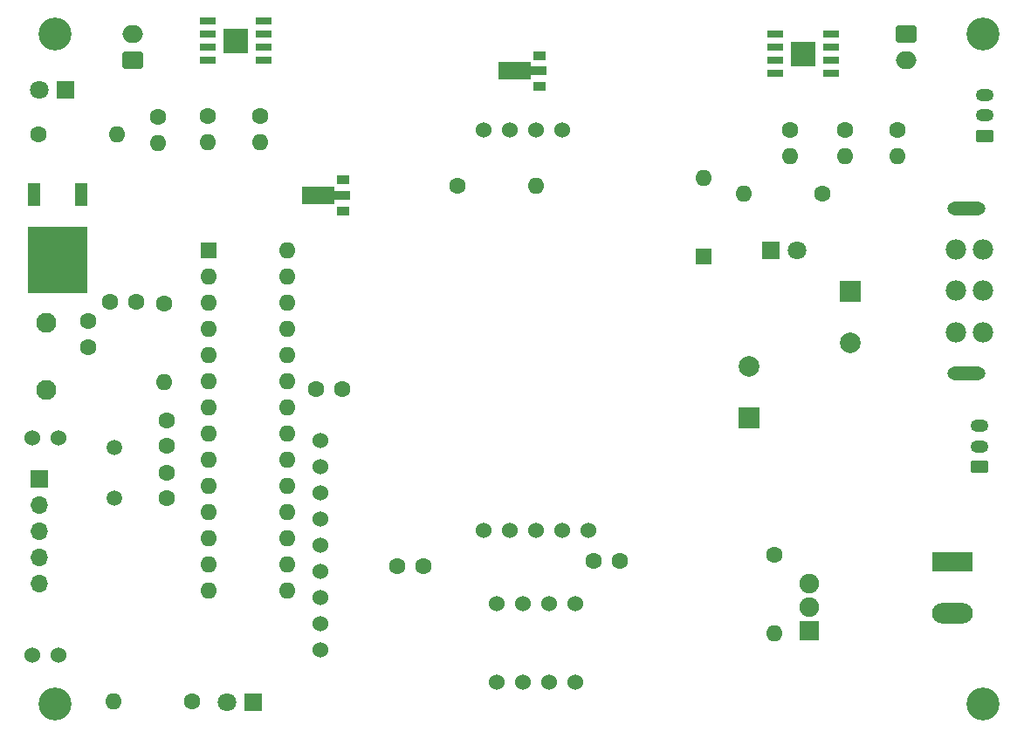
<source format=gts>
G04 #@! TF.GenerationSoftware,KiCad,Pcbnew,(6.0.4)*
G04 #@! TF.CreationDate,2022-04-24T17:27:05+09:00*
G04 #@! TF.ProjectId,DERC_CanSat_2022,44455243-5f43-4616-9e53-61745f323032,rev?*
G04 #@! TF.SameCoordinates,Original*
G04 #@! TF.FileFunction,Soldermask,Top*
G04 #@! TF.FilePolarity,Negative*
%FSLAX46Y46*%
G04 Gerber Fmt 4.6, Leading zero omitted, Abs format (unit mm)*
G04 Created by KiCad (PCBNEW (6.0.4)) date 2022-04-24 17:27:05*
%MOMM*%
%LPD*%
G01*
G04 APERTURE LIST*
G04 Aperture macros list*
%AMRoundRect*
0 Rectangle with rounded corners*
0 $1 Rounding radius*
0 $2 $3 $4 $5 $6 $7 $8 $9 X,Y pos of 4 corners*
0 Add a 4 corners polygon primitive as box body*
4,1,4,$2,$3,$4,$5,$6,$7,$8,$9,$2,$3,0*
0 Add four circle primitives for the rounded corners*
1,1,$1+$1,$2,$3*
1,1,$1+$1,$4,$5*
1,1,$1+$1,$6,$7*
1,1,$1+$1,$8,$9*
0 Add four rect primitives between the rounded corners*
20,1,$1+$1,$2,$3,$4,$5,0*
20,1,$1+$1,$4,$5,$6,$7,0*
20,1,$1+$1,$6,$7,$8,$9,0*
20,1,$1+$1,$8,$9,$2,$3,0*%
%AMFreePoly0*
4,1,9,3.862500,-0.866500,0.737500,-0.866500,0.737500,-0.450000,-0.737500,-0.450000,-0.737500,0.450000,0.737500,0.450000,0.737500,0.866500,3.862500,0.866500,3.862500,-0.866500,3.862500,-0.866500,$1*%
G04 Aperture macros list end*
%ADD10C,1.600000*%
%ADD11O,1.600000X1.600000*%
%ADD12C,3.200000*%
%ADD13R,1.200000X2.200000*%
%ADD14R,5.800000X6.400000*%
%ADD15R,1.300000X0.900000*%
%ADD16FreePoly0,180.000000*%
%ADD17RoundRect,0.250000X0.750000X-0.600000X0.750000X0.600000X-0.750000X0.600000X-0.750000X-0.600000X0*%
%ADD18O,2.000000X1.700000*%
%ADD19C,1.524000*%
%ADD20R,2.000000X2.000000*%
%ADD21C,2.000000*%
%ADD22C,1.980000*%
%ADD23O,3.700000X1.300000*%
%ADD24R,1.905000X1.905000*%
%ADD25C,1.905000*%
%ADD26R,3.960000X1.980000*%
%ADD27O,3.960000X1.980000*%
%ADD28R,1.600000X1.600000*%
%ADD29R,1.800000X1.800000*%
%ADD30C,1.800000*%
%ADD31C,1.500000*%
%ADD32RoundRect,0.250000X-0.750000X0.600000X-0.750000X-0.600000X0.750000X-0.600000X0.750000X0.600000X0*%
%ADD33C,1.950000*%
%ADD34R,1.525000X0.650000*%
%ADD35R,2.390000X2.390000*%
%ADD36R,1.700000X1.700000*%
%ADD37O,1.700000X1.700000*%
%ADD38RoundRect,0.250000X0.625000X-0.350000X0.625000X0.350000X-0.625000X0.350000X-0.625000X-0.350000X0*%
%ADD39O,1.750000X1.200000*%
G04 APERTURE END LIST*
D10*
G04 #@! TO.C,C4*
X65786000Y-85050000D03*
X65786000Y-82550000D03*
G04 #@! TD*
G04 #@! TO.C,R3*
X126238000Y-49276000D03*
D11*
X126238000Y-51816000D03*
G04 #@! TD*
D12*
G04 #@! TO.C,REF\u002A\u002A*
X145000000Y-105000000D03*
G04 #@! TD*
D13*
G04 #@! TO.C,IC1*
X57524000Y-55573000D03*
D14*
X55244000Y-61873000D03*
D13*
X52964000Y-55573000D03*
G04 #@! TD*
D15*
G04 #@! TO.C,IC2*
X82930000Y-57126000D03*
D16*
X82842500Y-55626000D03*
D15*
X82930000Y-54126000D03*
G04 #@! TD*
D10*
G04 #@! TO.C,R5*
X124714000Y-90551000D03*
D11*
X124714000Y-98171000D03*
G04 #@! TD*
D17*
G04 #@! TO.C,M2*
X62500000Y-42500000D03*
D18*
X62500000Y-40000000D03*
G04 #@! TD*
D12*
G04 #@! TO.C,*
X145000000Y-40000000D03*
G04 #@! TD*
D19*
G04 #@! TO.C,U3*
X106680000Y-88138000D03*
X104140000Y-88138000D03*
X101600000Y-88138000D03*
X99060000Y-88138000D03*
X96520000Y-88138000D03*
G04 #@! TD*
D20*
G04 #@! TO.C,C9*
X122275600Y-77221477D03*
D21*
X122275600Y-72221477D03*
G04 #@! TD*
D10*
G04 #@! TO.C,C3*
X65786000Y-79970000D03*
X65786000Y-77470000D03*
G04 #@! TD*
D22*
G04 #@! TO.C,S1*
X142354000Y-68897000D03*
X142354000Y-64897000D03*
X142354000Y-60897000D03*
X144954000Y-68897000D03*
X144954000Y-64897000D03*
X144954000Y-60897000D03*
D23*
X143354000Y-56897000D03*
X143354000Y-72897000D03*
G04 #@! TD*
D24*
G04 #@! TO.C,Q1*
X128078000Y-97921000D03*
D25*
X128078000Y-95631000D03*
X128078000Y-93341000D03*
G04 #@! TD*
D12*
G04 #@! TO.C,REF\u002A\u002A*
X55000000Y-105000000D03*
G04 #@! TD*
D26*
G04 #@! TO.C,J3*
X142000000Y-91235000D03*
D27*
X142000000Y-96235000D03*
G04 #@! TD*
D10*
G04 #@! TO.C,R2*
X93980000Y-54737000D03*
D11*
X101600000Y-54737000D03*
G04 #@! TD*
D10*
G04 #@! TO.C,R6*
X68249800Y-104775000D03*
D11*
X60629800Y-104775000D03*
G04 #@! TD*
D28*
G04 #@! TO.C,D1*
X117856000Y-61569600D03*
D11*
X117856000Y-53949600D03*
G04 #@! TD*
D10*
G04 #@! TO.C,C2*
X60294200Y-65963800D03*
X62794200Y-65963800D03*
G04 #@! TD*
D29*
G04 #@! TO.C,D3*
X124353400Y-60985400D03*
D30*
X126893400Y-60985400D03*
G04 #@! TD*
D28*
G04 #@! TO.C,U1*
X69860000Y-60970000D03*
D11*
X69860000Y-63510000D03*
X69860000Y-66050000D03*
X69860000Y-68590000D03*
X69860000Y-71130000D03*
X69860000Y-73670000D03*
X69860000Y-76210000D03*
X69860000Y-78750000D03*
X69860000Y-81290000D03*
X69860000Y-83830000D03*
X69860000Y-86370000D03*
X69860000Y-88910000D03*
X69860000Y-91450000D03*
X69860000Y-93990000D03*
X77480000Y-93990000D03*
X77480000Y-91450000D03*
X77480000Y-88910000D03*
X77480000Y-86370000D03*
X77480000Y-83830000D03*
X77480000Y-81290000D03*
X77480000Y-78750000D03*
X77480000Y-76210000D03*
X77480000Y-73670000D03*
X77480000Y-71130000D03*
X77480000Y-68590000D03*
X77480000Y-66050000D03*
X77480000Y-63510000D03*
X77480000Y-60970000D03*
G04 #@! TD*
D31*
G04 #@! TO.C,Y1*
X60706000Y-85000000D03*
X60706000Y-80120000D03*
G04 #@! TD*
D19*
G04 #@! TO.C,U2*
X96520000Y-49315000D03*
X99060000Y-49315000D03*
X101600000Y-49315000D03*
X104140000Y-49315000D03*
G04 #@! TD*
D32*
G04 #@! TO.C,M1*
X137500000Y-40000000D03*
D18*
X137500000Y-42500000D03*
G04 #@! TD*
D12*
G04 #@! TO.C,*
X54992578Y-39985156D03*
G04 #@! TD*
D10*
G04 #@! TO.C,R8*
X69737500Y-47977000D03*
D11*
X69737500Y-50517000D03*
G04 #@! TD*
D19*
G04 #@! TO.C,U5*
X105410000Y-95250000D03*
X102870000Y-95250000D03*
X100330000Y-95250000D03*
X97790000Y-95250000D03*
X105410000Y-102870000D03*
X102870000Y-102870000D03*
X100330000Y-102870000D03*
X97790000Y-102870000D03*
G04 #@! TD*
D10*
G04 #@! TO.C,C6*
X90652600Y-91668600D03*
X88152600Y-91668600D03*
G04 #@! TD*
D33*
G04 #@! TO.C,SW2*
X54102000Y-68030500D03*
X54102000Y-74530500D03*
G04 #@! TD*
D34*
G04 #@! TO.C,IC5*
X75212000Y-42545000D03*
X75212000Y-41275000D03*
X75212000Y-40005000D03*
X75212000Y-38735000D03*
X69788000Y-38735000D03*
X69788000Y-40005000D03*
X69788000Y-41275000D03*
X69788000Y-42545000D03*
D35*
X72500000Y-40640000D03*
G04 #@! TD*
D10*
G04 #@! TO.C,C7*
X107208000Y-91109800D03*
X109708000Y-91109800D03*
G04 #@! TD*
G04 #@! TO.C,R4*
X64911500Y-48006000D03*
D11*
X64911500Y-50546000D03*
G04 #@! TD*
D36*
G04 #@! TO.C,U6*
X53467000Y-83190000D03*
D37*
X53467000Y-85730000D03*
X53467000Y-88270000D03*
X53467000Y-90810000D03*
X53467000Y-93350000D03*
G04 #@! TD*
D38*
G04 #@! TO.C,J2*
X144611000Y-82010000D03*
D39*
X144611000Y-80010000D03*
X144611000Y-78010000D03*
G04 #@! TD*
D38*
G04 #@! TO.C,J1*
X145119000Y-49879000D03*
D39*
X145119000Y-47879000D03*
X145119000Y-45879000D03*
G04 #@! TD*
D10*
G04 #@! TO.C,C1*
X80284000Y-74422000D03*
X82784000Y-74422000D03*
G04 #@! TD*
G04 #@! TO.C,R7*
X131572000Y-49276000D03*
D11*
X131572000Y-51816000D03*
G04 #@! TD*
D29*
G04 #@! TO.C,D4*
X55986600Y-45440600D03*
D30*
X53446600Y-45440600D03*
G04 #@! TD*
D10*
G04 #@! TO.C,R10*
X74817500Y-47977000D03*
D11*
X74817500Y-50517000D03*
G04 #@! TD*
D10*
G04 #@! TO.C,R11*
X129413000Y-55473600D03*
D11*
X121793000Y-55473600D03*
G04 #@! TD*
D10*
G04 #@! TO.C,R1*
X65532000Y-66167000D03*
D11*
X65532000Y-73787000D03*
G04 #@! TD*
D34*
G04 #@! TO.C,IC4*
X124788000Y-40005000D03*
X124788000Y-41275000D03*
X124788000Y-42545000D03*
X124788000Y-43815000D03*
X130212000Y-43815000D03*
X130212000Y-42545000D03*
X130212000Y-41275000D03*
X130212000Y-40005000D03*
D35*
X127500000Y-41910000D03*
G04 #@! TD*
D20*
G04 #@! TO.C,C8*
X132054600Y-64916923D03*
D21*
X132054600Y-69916923D03*
G04 #@! TD*
D10*
G04 #@! TO.C,R12*
X53340000Y-49733200D03*
D11*
X60960000Y-49733200D03*
G04 #@! TD*
D15*
G04 #@! TO.C,IC3*
X101980000Y-45061000D03*
D16*
X101892500Y-43561000D03*
D15*
X101980000Y-42061000D03*
G04 #@! TD*
D29*
G04 #@! TO.C,D2*
X74147600Y-104851200D03*
D30*
X71607600Y-104851200D03*
G04 #@! TD*
D10*
G04 #@! TO.C,R9*
X136652000Y-49276000D03*
D11*
X136652000Y-51816000D03*
G04 #@! TD*
D10*
G04 #@! TO.C,C5*
X58166000Y-67838000D03*
X58166000Y-70338000D03*
G04 #@! TD*
D19*
G04 #@! TO.C,U4*
X80695800Y-79400400D03*
X80695800Y-81940400D03*
X80695800Y-84480400D03*
X80695800Y-87020400D03*
X80695800Y-89560400D03*
X80695800Y-92100400D03*
X80695800Y-94640400D03*
X80695800Y-97180400D03*
X80695800Y-99720400D03*
X55295800Y-79200400D03*
X52755800Y-79200400D03*
X52755800Y-100260400D03*
X55295800Y-100260400D03*
G04 #@! TD*
M02*

</source>
